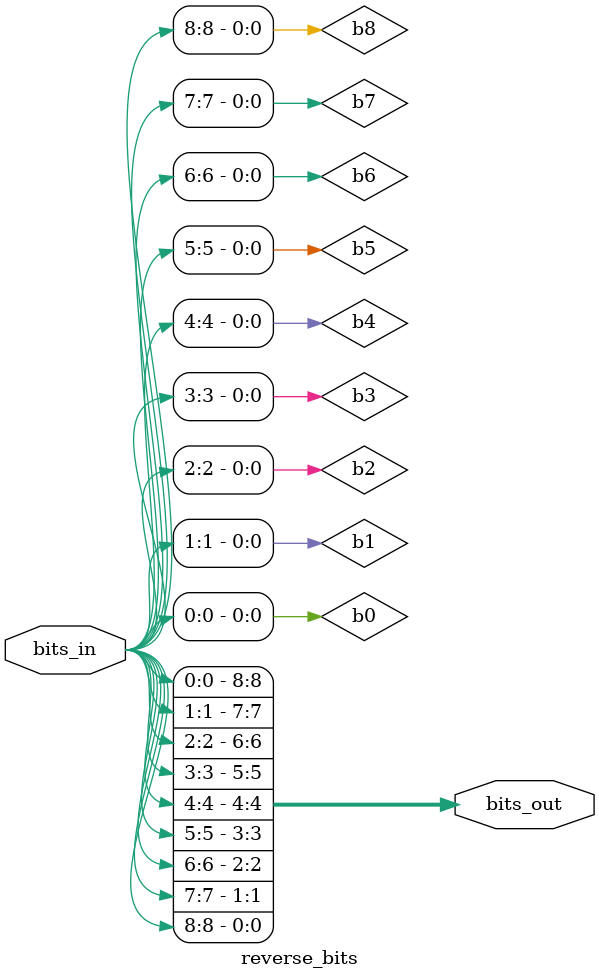
<source format=sv>

module agu (input logic load, processing, done,
            input logic [8:0] fft_level, // Changed size
            input logic [8:0] butterfly_iter, // Changed size
            input logic [8:0] load_address, // Changed size
            input logic [8:0] out_address, // Changed size
            output logic [8:0] address_0_a, address_1_a, address_0_b, address_1_b,
            output logic [7:0] twiddle_address); // Changed to 8 bits (256 factors)

    // first deal with loading address
    logic [8:0] load_address_rev;
    reverse_bits load_logic(load_address, load_address_rev);

    // then deal with standard processing address
    logic [8:0] address_a, address_b;
    processing_agu standard_logic(fft_level, butterfly_iter,
                                  address_a, address_b, twiddle_address);

    // comb logic to choose from the addresses
    always_comb begin
        if (done) address_0_a = out_address;
        else if (load) address_0_a = load_address_rev;
        else address_0_a = address_a;

        if (load) address_0_b = load_address_rev;
        else address_0_b = address_b;

        if (done) address_1_a = out_address;
        else address_1_a = address_a;

        address_1_b = address_b;
    end

endmodule


module processing_agu (input logic [8:0] fft_level, 
                       input logic [8:0] butterfly_iter,
                       output logic [8:0] address_a, address_b,
                       output logic [7:0] twiddle_address);

    // intermediate for shifting (9 bits)
    logic [8:0] temp_a, temp_b;
    // must be signed for sign extending
    logic signed [8:0] mask, mask_shift;

    always_comb begin
        // j * 2
        temp_a = butterfly_iter << 1;
        
        // Circular shift for M=9
        address_a  = ((temp_a << fft_level) | (temp_a >> (9 - fft_level)));

        // j * 2 + 1
        temp_b = temp_a + 9'b1;
        address_b  = ((temp_b << fft_level) | (temp_b >> (9 - fft_level)));

        // zero out 9 - 1 - i
        mask = 9'b100000000; // 9th bit set
        mask_shift = mask >>> fft_level;

        // mask j
        twiddle_address = mask_shift[7:0] & butterfly_iter[7:0];
    end
endmodule

// reverse bits for address ordering (9-bit version)
module reverse_bits (input logic [8:0] bits_in,
                     output logic [8:0] bits_out);
    
    logic b0, b1, b2, b3, b4, b5, b6, b7, b8;

    assign {b8, b7, b6, b5, b4, b3, b2, b1, b0} = bits_in;
    assign bits_out = {b0, b1, b2, b3, b4, b5, b6, b7, b8};

endmodule
</source>
